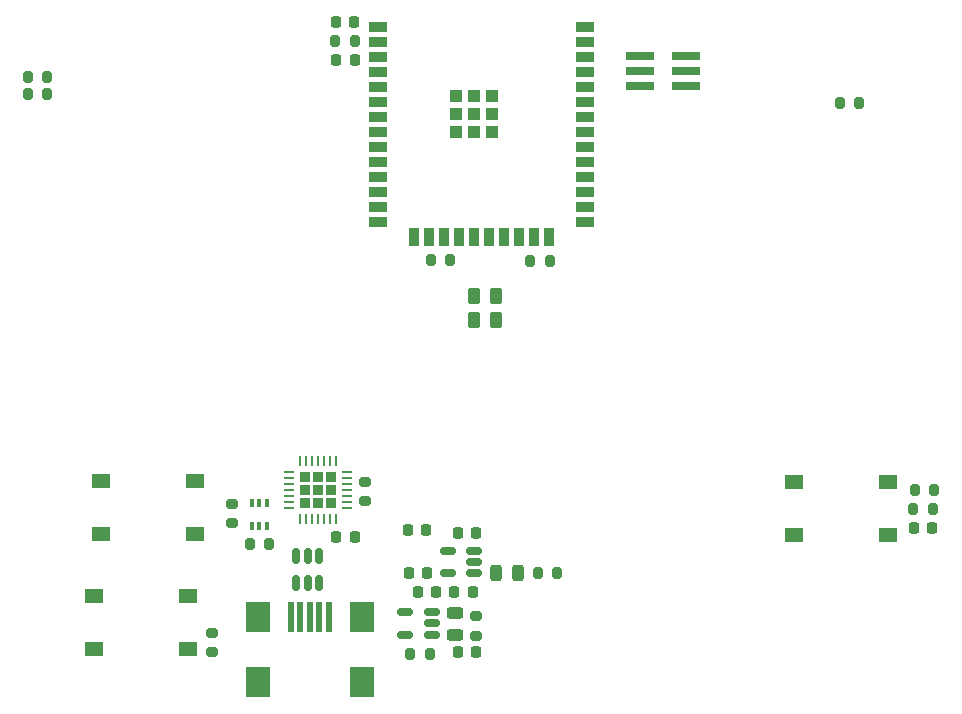
<source format=gbr>
%TF.GenerationSoftware,KiCad,Pcbnew,9.0.1*%
%TF.CreationDate,2025-10-05T16:26:19+02:00*%
%TF.ProjectId,RcSender,52635365-6e64-4657-922e-6b696361645f,rev?*%
%TF.SameCoordinates,Original*%
%TF.FileFunction,Paste,Top*%
%TF.FilePolarity,Positive*%
%FSLAX46Y46*%
G04 Gerber Fmt 4.6, Leading zero omitted, Abs format (unit mm)*
G04 Created by KiCad (PCBNEW 9.0.1) date 2025-10-05 16:26:19*
%MOMM*%
%LPD*%
G01*
G04 APERTURE LIST*
G04 Aperture macros list*
%AMRoundRect*
0 Rectangle with rounded corners*
0 $1 Rounding radius*
0 $2 $3 $4 $5 $6 $7 $8 $9 X,Y pos of 4 corners*
0 Add a 4 corners polygon primitive as box body*
4,1,4,$2,$3,$4,$5,$6,$7,$8,$9,$2,$3,0*
0 Add four circle primitives for the rounded corners*
1,1,$1+$1,$2,$3*
1,1,$1+$1,$4,$5*
1,1,$1+$1,$6,$7*
1,1,$1+$1,$8,$9*
0 Add four rect primitives between the rounded corners*
20,1,$1+$1,$2,$3,$4,$5,0*
20,1,$1+$1,$4,$5,$6,$7,0*
20,1,$1+$1,$6,$7,$8,$9,0*
20,1,$1+$1,$8,$9,$2,$3,0*%
G04 Aperture macros list end*
%ADD10RoundRect,0.200000X-0.275000X0.200000X-0.275000X-0.200000X0.275000X-0.200000X0.275000X0.200000X0*%
%ADD11RoundRect,0.100000X0.100000X-0.225000X0.100000X0.225000X-0.100000X0.225000X-0.100000X-0.225000X0*%
%ADD12R,1.500000X0.900000*%
%ADD13R,0.900000X1.500000*%
%ADD14R,1.050000X1.050000*%
%ADD15RoundRect,0.150000X0.512500X0.150000X-0.512500X0.150000X-0.512500X-0.150000X0.512500X-0.150000X0*%
%ADD16RoundRect,0.200000X0.275000X-0.200000X0.275000X0.200000X-0.275000X0.200000X-0.275000X-0.200000X0*%
%ADD17RoundRect,0.225000X0.225000X0.250000X-0.225000X0.250000X-0.225000X-0.250000X0.225000X-0.250000X0*%
%ADD18RoundRect,0.243750X-0.243750X-0.456250X0.243750X-0.456250X0.243750X0.456250X-0.243750X0.456250X0*%
%ADD19RoundRect,0.200000X0.200000X0.275000X-0.200000X0.275000X-0.200000X-0.275000X0.200000X-0.275000X0*%
%ADD20RoundRect,0.243750X0.456250X-0.243750X0.456250X0.243750X-0.456250X0.243750X-0.456250X-0.243750X0*%
%ADD21RoundRect,0.225000X-0.225000X-0.250000X0.225000X-0.250000X0.225000X0.250000X-0.225000X0.250000X0*%
%ADD22RoundRect,0.218750X0.218750X0.256250X-0.218750X0.256250X-0.218750X-0.256250X0.218750X-0.256250X0*%
%ADD23R,1.550000X1.300000*%
%ADD24RoundRect,0.200000X-0.200000X-0.275000X0.200000X-0.275000X0.200000X0.275000X-0.200000X0.275000X0*%
%ADD25R,2.400000X0.740000*%
%ADD26RoundRect,0.225000X0.225000X-0.225000X0.225000X0.225000X-0.225000X0.225000X-0.225000X-0.225000X0*%
%ADD27RoundRect,0.062500X0.062500X-0.337500X0.062500X0.337500X-0.062500X0.337500X-0.062500X-0.337500X0*%
%ADD28RoundRect,0.062500X0.337500X-0.062500X0.337500X0.062500X-0.337500X0.062500X-0.337500X-0.062500X0*%
%ADD29RoundRect,0.150000X0.150000X-0.512500X0.150000X0.512500X-0.150000X0.512500X-0.150000X-0.512500X0*%
%ADD30RoundRect,0.250000X-0.262500X-0.450000X0.262500X-0.450000X0.262500X0.450000X-0.262500X0.450000X0*%
%ADD31R,0.500000X2.500000*%
%ADD32R,2.000000X2.500000*%
G04 APERTURE END LIST*
D10*
%TO.C,R13*%
X64200000Y-121500000D03*
X64200000Y-123150000D03*
%TD*%
D11*
%TO.C,Q1*%
X54580000Y-125220000D03*
X55230000Y-125220000D03*
X55880000Y-125220000D03*
X55880000Y-123320000D03*
X55230000Y-123320000D03*
X54580000Y-123320000D03*
%TD*%
D12*
%TO.C,U4*%
X65305000Y-83035000D03*
X65305000Y-84305000D03*
X65305000Y-85575000D03*
X65305000Y-86845000D03*
X65305000Y-88115000D03*
X65305000Y-89385000D03*
X65305000Y-90655000D03*
X65305000Y-91925000D03*
X65305000Y-93195000D03*
X65305000Y-94465000D03*
X65305000Y-95735000D03*
X65305000Y-97005000D03*
X65305000Y-98275000D03*
X65305000Y-99545000D03*
D13*
X68345000Y-100795000D03*
X69615000Y-100795000D03*
X70885000Y-100795000D03*
X72155000Y-100795000D03*
X73425000Y-100795000D03*
X74695000Y-100795000D03*
X75965000Y-100795000D03*
X77235000Y-100795000D03*
X78505000Y-100795000D03*
X79775000Y-100795000D03*
D12*
X82805000Y-99545000D03*
X82805000Y-98275000D03*
X82805000Y-97005000D03*
X82805000Y-95735000D03*
X82805000Y-94465000D03*
X82805000Y-93195000D03*
X82805000Y-91925000D03*
X82805000Y-90655000D03*
X82805000Y-89385000D03*
X82805000Y-88115000D03*
X82805000Y-86845000D03*
X82805000Y-85575000D03*
X82805000Y-84305000D03*
X82805000Y-83035000D03*
D14*
X71850000Y-88850000D03*
X71850000Y-90375000D03*
X71850000Y-91900000D03*
X73375000Y-88850000D03*
X73375000Y-90375000D03*
X73375000Y-91900000D03*
X74900000Y-88850000D03*
X74900000Y-90375000D03*
X74900000Y-91900000D03*
%TD*%
D15*
%TO.C,U2*%
X73425000Y-129250000D03*
X73425000Y-128300000D03*
X73425000Y-127350000D03*
X71150000Y-127350000D03*
X71150000Y-129250000D03*
%TD*%
D16*
%TO.C,R2*%
X73600000Y-134550000D03*
X73600000Y-132900000D03*
%TD*%
D17*
%TO.C,C3*%
X73575000Y-125800000D03*
X72025000Y-125800000D03*
%TD*%
D18*
%TO.C,D2*%
X75225000Y-129200000D03*
X77100000Y-129200000D03*
%TD*%
D19*
%TO.C,R3*%
X80450000Y-129200000D03*
X78800000Y-129200000D03*
%TD*%
D20*
%TO.C,D1*%
X71800000Y-134475000D03*
X71800000Y-132600000D03*
%TD*%
D21*
%TO.C,C9*%
X61750000Y-126200000D03*
X63300000Y-126200000D03*
%TD*%
D22*
%TO.C,FB1*%
X73275000Y-130800000D03*
X71700000Y-130800000D03*
%TD*%
D23*
%TO.C,SW3*%
X41220000Y-131150000D03*
X49180000Y-131150000D03*
X41220000Y-135650000D03*
X49180000Y-135650000D03*
%TD*%
D16*
%TO.C,R7*%
X51200000Y-135950000D03*
X51200000Y-134300000D03*
%TD*%
D17*
%TO.C,C1*%
X73575000Y-135950000D03*
X72025000Y-135950000D03*
%TD*%
D24*
%TO.C,R5*%
X35600000Y-87200000D03*
X37250000Y-87200000D03*
%TD*%
%TO.C,R12*%
X104350000Y-89400000D03*
X106000000Y-89400000D03*
%TD*%
D25*
%TO.C,J3*%
X87450000Y-85430000D03*
X91350000Y-85430000D03*
X87450000Y-86700000D03*
X91350000Y-86700000D03*
X87450000Y-87970000D03*
X91350000Y-87970000D03*
%TD*%
D26*
%TO.C,U7*%
X59080000Y-123320000D03*
X60200000Y-123320000D03*
X61320000Y-123320000D03*
X59080000Y-122200000D03*
X60200000Y-122200000D03*
X61320000Y-122200000D03*
X59080000Y-121080000D03*
X60200000Y-121080000D03*
X61320000Y-121080000D03*
D27*
X58700000Y-124650000D03*
X59200000Y-124650000D03*
X59700000Y-124650000D03*
X60200000Y-124650000D03*
X60700000Y-124650000D03*
X61200000Y-124650000D03*
X61700000Y-124650000D03*
D28*
X62650000Y-123700000D03*
X62650000Y-123200000D03*
X62650000Y-122700000D03*
X62650000Y-122200000D03*
X62650000Y-121700000D03*
X62650000Y-121200000D03*
X62650000Y-120700000D03*
D27*
X61700000Y-119750000D03*
X61200000Y-119750000D03*
X60700000Y-119750000D03*
X60200000Y-119750000D03*
X59700000Y-119750000D03*
X59200000Y-119750000D03*
X58700000Y-119750000D03*
D28*
X57750000Y-120700000D03*
X57750000Y-121200000D03*
X57750000Y-121700000D03*
X57750000Y-122200000D03*
X57750000Y-122700000D03*
X57750000Y-123200000D03*
X57750000Y-123700000D03*
%TD*%
D23*
%TO.C,BT1*%
X100500000Y-121550000D03*
X108460000Y-121550000D03*
X100500000Y-126050000D03*
X108460000Y-126050000D03*
%TD*%
D10*
%TO.C,R15*%
X52900000Y-123375000D03*
X52900000Y-125025000D03*
%TD*%
D24*
%TO.C,R14*%
X54400000Y-126800000D03*
X56050000Y-126800000D03*
%TD*%
D29*
%TO.C,U3*%
X58350000Y-130037500D03*
X59300000Y-130037500D03*
X60250000Y-130037500D03*
X60250000Y-127762500D03*
X59300000Y-127762500D03*
X58350000Y-127762500D03*
%TD*%
D17*
%TO.C,C4*%
X69450000Y-129200000D03*
X67900000Y-129200000D03*
%TD*%
D24*
%TO.C,R8*%
X78150000Y-102800000D03*
X79800000Y-102800000D03*
%TD*%
%TO.C,R9*%
X61650000Y-84200000D03*
X63300000Y-84200000D03*
%TD*%
D21*
%TO.C,C5*%
X110625000Y-125400000D03*
X112175000Y-125400000D03*
%TD*%
D17*
%TO.C,C2*%
X70200000Y-130800000D03*
X68650000Y-130800000D03*
%TD*%
D23*
%TO.C,SW4*%
X41840000Y-121400000D03*
X49800000Y-121400000D03*
X41840000Y-125900000D03*
X49800000Y-125900000D03*
%TD*%
D17*
%TO.C,C8*%
X69350000Y-125550000D03*
X67800000Y-125550000D03*
%TD*%
D24*
%TO.C,R1*%
X68000000Y-136050000D03*
X69650000Y-136050000D03*
%TD*%
D19*
%TO.C,R11*%
X37250000Y-88700000D03*
X35600000Y-88700000D03*
%TD*%
D21*
%TO.C,C6*%
X61750000Y-85800000D03*
X63300000Y-85800000D03*
%TD*%
D17*
%TO.C,C7*%
X63250000Y-82600000D03*
X61700000Y-82600000D03*
%TD*%
D30*
%TO.C,R16*%
X73400000Y-107800000D03*
X75225000Y-107800000D03*
%TD*%
D19*
%TO.C,R10*%
X112350000Y-122200000D03*
X110700000Y-122200000D03*
%TD*%
D15*
%TO.C,U1*%
X69800000Y-134450000D03*
X69800000Y-133500000D03*
X69800000Y-132550000D03*
X67525000Y-132550000D03*
X67525000Y-134450000D03*
%TD*%
D19*
%TO.C,R6*%
X71400000Y-102700000D03*
X69750000Y-102700000D03*
%TD*%
D30*
%TO.C,R17*%
X73400000Y-105800000D03*
X75225000Y-105800000D03*
%TD*%
D19*
%TO.C,R4*%
X112250000Y-123800000D03*
X110600000Y-123800000D03*
%TD*%
D31*
%TO.C,J1*%
X57900000Y-132975000D03*
X58700000Y-132975000D03*
X59500000Y-132975000D03*
X60300000Y-132975000D03*
X61100000Y-132975000D03*
D32*
X55100000Y-132975000D03*
X55100000Y-138475000D03*
X63900000Y-132975000D03*
X63900000Y-138475000D03*
%TD*%
M02*

</source>
